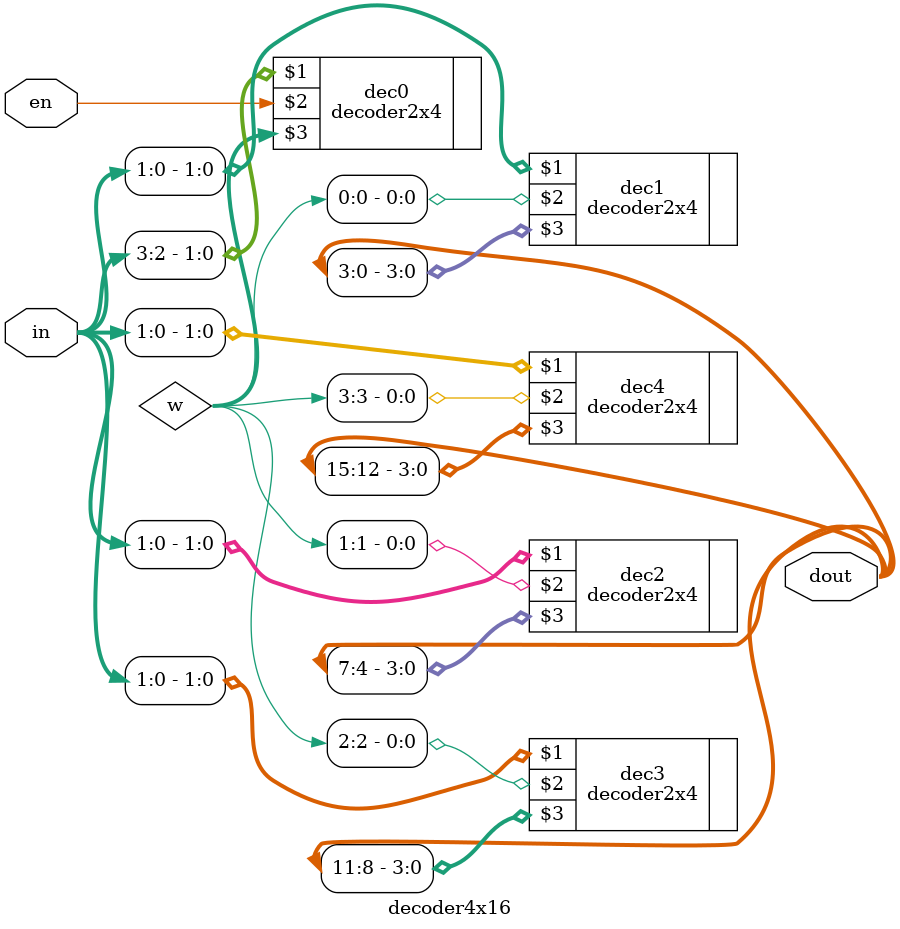
<source format=v>
/*--  *******************************************************
--  Computer Architecture Course, Laboratory Sources 
--  Amirkabir University of Technology (Tehran Polytechnic)
--  Department of Computer Engineering (CE-AUT)
--  https://ce[dot]aut[dot]ac[dot]ir
--  *******************************************************
--  All Rights reserved (C) 2020-2021
--  *******************************************************
--  Student ID  : 9831059
--  Student Name: Abolfazl Moradi Feijani
--  Student Mail: abolfazl.moradi.feijani@gmail.com
--  *******************************************************
--  Additional Comments:
--
--*/

/*-----------------------------------------------------------
---  Module Name: decoder4x16
-----------------------------------------------------------*/
module decoder4x16 (
	input [3:0] in ,
	input 		en ,
	output [15:0] dout
);
	wire [3:0] w;
	decoder2x4 dec0(in[3:2], en, w);
	
	decoder2x4	dec1(in[1:0], w[0], dout[3:0]),
					dec2(in[1:0], w[1], dout[7:4]),
					dec3(in[1:0], w[2], dout[11:8]),
					dec4(in[1:0], w[3], dout[15:12]);

endmodule
</source>
